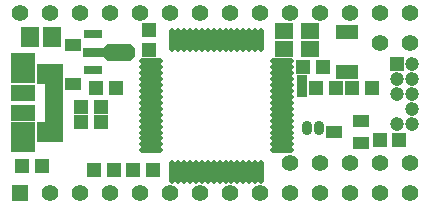
<source format=gts>
G04 Layer_Color=8388736*
%FSLAX23Y23*%
%MOIN*%
G70*
G01*
G75*
%ADD52R,0.051X0.047*%
%ADD53R,0.036X0.028*%
%ADD54R,0.075X0.047*%
%ADD55R,0.063X0.027*%
%ADD56R,0.056X0.044*%
%ADD57R,0.055X0.039*%
%ADD58R,0.047X0.051*%
%ADD59R,0.059X0.067*%
%ADD60R,0.063X0.055*%
%ADD61O,0.079X0.020*%
%ADD62O,0.020X0.079*%
%ADD63R,0.083X0.102*%
%ADD64R,0.083X0.054*%
%ADD65R,0.062X0.026*%
%ADD66R,0.091X0.066*%
%ADD67R,0.014X0.020*%
%ADD68C,0.055*%
%ADD69R,0.055X0.055*%
%ADD70R,0.047X0.047*%
%ADD71C,0.047*%
%ADD72O,0.036X0.047*%
G36*
X368Y497D02*
X368Y496D01*
X369Y496D01*
X369Y496D01*
X369Y496D01*
X370Y495D01*
X382Y483D01*
X383Y483D01*
X383Y482D01*
X383Y482D01*
X383Y481D01*
X383Y481D01*
X383Y480D01*
Y458D01*
X383Y457D01*
X383Y457D01*
X383Y456D01*
X383Y456D01*
X383Y455D01*
X382Y455D01*
X370Y442D01*
X369Y442D01*
X369Y442D01*
X369Y442D01*
X368Y441D01*
X368Y441D01*
X367Y441D01*
X292D01*
X291Y441D01*
X291Y441D01*
X290Y442D01*
X290Y442D01*
X290Y442D01*
X289Y442D01*
X278Y454D01*
X212D01*
X211Y454D01*
X211Y454D01*
X210Y454D01*
X210Y454D01*
X210Y455D01*
X209Y455D01*
X209Y455D01*
X209Y456D01*
X208Y456D01*
X208Y457D01*
X208Y457D01*
X208Y458D01*
Y480D01*
X208Y480D01*
X208Y481D01*
X208Y482D01*
X209Y482D01*
X209Y482D01*
X209Y483D01*
X210Y483D01*
X210Y483D01*
X210Y484D01*
X211Y484D01*
X211Y484D01*
X212Y484D01*
X278D01*
X289Y495D01*
X290Y496D01*
X290Y496D01*
X290Y496D01*
X291Y496D01*
X291Y497D01*
X292Y497D01*
X367D01*
X368Y497D01*
D02*
G37*
D52*
X1107Y350D02*
D03*
X1173D02*
D03*
X1198Y175D02*
D03*
X1264D02*
D03*
X986Y349D02*
D03*
X1052D02*
D03*
X202Y235D02*
D03*
X268D02*
D03*
Y285D02*
D03*
X202D02*
D03*
X7Y90D02*
D03*
X73D02*
D03*
X247Y75D02*
D03*
X313D02*
D03*
X943Y418D02*
D03*
X1009D02*
D03*
X252Y350D02*
D03*
X319D02*
D03*
X375Y75D02*
D03*
X441D02*
D03*
D53*
X940Y380D02*
D03*
Y356D02*
D03*
Y332D02*
D03*
D54*
X1090Y537D02*
D03*
Y403D02*
D03*
D55*
X242Y469D02*
D03*
Y410D02*
D03*
Y528D02*
D03*
D56*
X177Y363D02*
D03*
Y493D02*
D03*
D57*
X1136Y166D02*
D03*
Y240D02*
D03*
X1046Y203D02*
D03*
D58*
X430Y477D02*
D03*
Y543D02*
D03*
D59*
X107Y520D02*
D03*
X33D02*
D03*
D60*
X880Y540D02*
D03*
Y478D02*
D03*
X966D02*
D03*
Y540D02*
D03*
D61*
X436Y142D02*
D03*
Y162D02*
D03*
Y182D02*
D03*
Y201D02*
D03*
Y221D02*
D03*
Y241D02*
D03*
Y260D02*
D03*
Y280D02*
D03*
Y300D02*
D03*
Y320D02*
D03*
Y339D02*
D03*
Y359D02*
D03*
Y379D02*
D03*
Y398D02*
D03*
Y418D02*
D03*
Y438D02*
D03*
X874D02*
D03*
Y418D02*
D03*
Y398D02*
D03*
Y379D02*
D03*
Y359D02*
D03*
Y339D02*
D03*
Y320D02*
D03*
Y300D02*
D03*
Y280D02*
D03*
Y260D02*
D03*
Y241D02*
D03*
Y221D02*
D03*
Y201D02*
D03*
Y182D02*
D03*
Y162D02*
D03*
Y142D02*
D03*
D62*
X507Y509D02*
D03*
X527D02*
D03*
X547D02*
D03*
X566D02*
D03*
X586D02*
D03*
X606D02*
D03*
X625D02*
D03*
X645D02*
D03*
X665D02*
D03*
X685D02*
D03*
X704D02*
D03*
X724D02*
D03*
X744D02*
D03*
X763D02*
D03*
X783D02*
D03*
X803D02*
D03*
Y71D02*
D03*
X783D02*
D03*
X763D02*
D03*
X744D02*
D03*
X724D02*
D03*
X704D02*
D03*
X685D02*
D03*
X665D02*
D03*
X645D02*
D03*
X625D02*
D03*
X606D02*
D03*
X586D02*
D03*
X566D02*
D03*
X547D02*
D03*
X527D02*
D03*
X507D02*
D03*
D63*
X8Y415D02*
D03*
Y185D02*
D03*
D64*
Y267D02*
D03*
Y333D02*
D03*
D65*
X112Y300D02*
D03*
Y274D02*
D03*
Y249D02*
D03*
Y351D02*
D03*
Y326D02*
D03*
D66*
X98Y203D02*
D03*
Y397D02*
D03*
D67*
X940Y344D02*
D03*
D68*
X1300Y500D02*
D03*
X1200D02*
D03*
X900Y100D02*
D03*
X1000D02*
D03*
X1100D02*
D03*
X1200D02*
D03*
X1300D02*
D03*
X100Y0D02*
D03*
X200D02*
D03*
X300D02*
D03*
X400D02*
D03*
X500D02*
D03*
X600D02*
D03*
X700D02*
D03*
X800D02*
D03*
X900D02*
D03*
X1000D02*
D03*
X1100D02*
D03*
X1200D02*
D03*
X1300D02*
D03*
X0Y600D02*
D03*
X100D02*
D03*
X200D02*
D03*
X300D02*
D03*
X400D02*
D03*
X500D02*
D03*
X600D02*
D03*
X700D02*
D03*
X800D02*
D03*
X900D02*
D03*
X1000D02*
D03*
X1100D02*
D03*
X1200D02*
D03*
X1300D02*
D03*
D69*
X0Y0D02*
D03*
D70*
X1255Y430D02*
D03*
D71*
X1305D02*
D03*
X1255Y380D02*
D03*
X1305D02*
D03*
X1255Y330D02*
D03*
X1305D02*
D03*
Y280D02*
D03*
X1255Y230D02*
D03*
X1305D02*
D03*
D72*
X996Y215D02*
D03*
X956D02*
D03*
M02*

</source>
